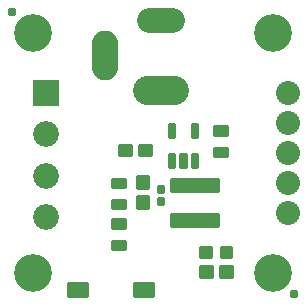
<source format=gts>
G04 EAGLE Gerber RS-274X export*
G75*
%MOMM*%
%FSLAX34Y34*%
%LPD*%
%INSoldermask Top*%
%IPPOS*%
%AMOC8*
5,1,8,0,0,1.08239X$1,22.5*%
G01*
%ADD10C,0.255816*%
%ADD11C,0.449434*%
%ADD12C,0.787400*%
%ADD13C,0.259078*%
%ADD14C,0.253525*%
%ADD15C,0.252862*%
%ADD16C,3.200400*%
%ADD17C,2.032000*%
%ADD18R,2.184400X2.184400*%
%ADD19C,2.184400*%
%ADD20C,0.256031*%
%ADD21C,0.257147*%
%ADD22C,2.152400*%
%ADD23C,2.452400*%

G36*
X87326Y188517D02*
X87326Y188517D01*
X87437Y188525D01*
X89280Y188870D01*
X89307Y188879D01*
X89415Y188908D01*
X91164Y189585D01*
X91189Y189600D01*
X91289Y189648D01*
X92884Y190635D01*
X92905Y190654D01*
X92996Y190720D01*
X94381Y191983D01*
X94399Y192005D01*
X94476Y192087D01*
X95606Y193583D01*
X95619Y193608D01*
X95680Y193702D01*
X96515Y195380D01*
X96524Y195408D01*
X96566Y195511D01*
X97079Y197315D01*
X97083Y197343D01*
X97105Y197453D01*
X97278Y199320D01*
X97276Y199345D01*
X97281Y199390D01*
X97281Y219710D01*
X97277Y219735D01*
X97277Y219749D01*
X97279Y219763D01*
X97278Y219768D01*
X97278Y219780D01*
X97105Y221647D01*
X97098Y221675D01*
X97079Y221785D01*
X96566Y223589D01*
X96554Y223615D01*
X96515Y223720D01*
X95680Y225398D01*
X95663Y225421D01*
X95606Y225517D01*
X94476Y227014D01*
X94455Y227034D01*
X94432Y227060D01*
X94428Y227066D01*
X94422Y227071D01*
X94381Y227117D01*
X92996Y228380D01*
X92972Y228396D01*
X92884Y228465D01*
X91289Y229452D01*
X91263Y229463D01*
X91164Y229515D01*
X89415Y230192D01*
X89387Y230198D01*
X89280Y230230D01*
X87437Y230575D01*
X87409Y230576D01*
X87297Y230588D01*
X85423Y230588D01*
X85394Y230583D01*
X85283Y230575D01*
X83440Y230230D01*
X83413Y230221D01*
X83305Y230192D01*
X81556Y229515D01*
X81531Y229500D01*
X81431Y229452D01*
X79836Y228465D01*
X79815Y228446D01*
X79724Y228380D01*
X78339Y227117D01*
X78321Y227095D01*
X78244Y227014D01*
X77114Y225517D01*
X77102Y225494D01*
X77089Y225480D01*
X77078Y225456D01*
X77040Y225398D01*
X76205Y223720D01*
X76196Y223692D01*
X76154Y223589D01*
X75641Y221785D01*
X75638Y221757D01*
X75615Y221647D01*
X75442Y219780D01*
X75444Y219755D01*
X75439Y219710D01*
X75439Y199390D01*
X75443Y199365D01*
X75442Y199320D01*
X75615Y197453D01*
X75622Y197425D01*
X75641Y197315D01*
X76154Y195511D01*
X76166Y195485D01*
X76205Y195380D01*
X77040Y193702D01*
X77057Y193679D01*
X77114Y193583D01*
X78244Y192087D01*
X78265Y192067D01*
X78339Y191983D01*
X79724Y190720D01*
X79749Y190704D01*
X79836Y190635D01*
X81431Y189648D01*
X81457Y189637D01*
X81556Y189585D01*
X83305Y188908D01*
X83333Y188902D01*
X83440Y188870D01*
X85283Y188525D01*
X85311Y188524D01*
X85423Y188512D01*
X87297Y188512D01*
X87326Y188517D01*
G37*
D10*
X135833Y88923D02*
X135833Y83957D01*
X130867Y83957D01*
X130867Y88923D01*
X135833Y88923D01*
X135833Y86387D02*
X130867Y86387D01*
X130867Y88817D02*
X135833Y88817D01*
X135833Y93957D02*
X135833Y98923D01*
X135833Y93957D02*
X130867Y93957D01*
X130867Y98923D01*
X135833Y98923D01*
X135833Y96387D02*
X130867Y96387D01*
X130867Y98817D02*
X135833Y98817D01*
D11*
X175085Y46695D02*
X175085Y39665D01*
X168055Y39665D01*
X168055Y46695D01*
X175085Y46695D01*
X175085Y43934D02*
X168055Y43934D01*
X192625Y46695D02*
X192625Y39665D01*
X185595Y39665D01*
X185595Y46695D01*
X192625Y46695D01*
X192625Y43934D02*
X185595Y43934D01*
D12*
X246380Y7620D03*
X7620Y246380D03*
D13*
X142646Y94640D02*
X182474Y94640D01*
X142646Y94640D02*
X142646Y105004D01*
X182474Y105004D01*
X182474Y94640D01*
X182474Y97101D02*
X142646Y97101D01*
X142646Y99562D02*
X182474Y99562D01*
X182474Y102023D02*
X142646Y102023D01*
X142646Y104484D02*
X182474Y104484D01*
X182474Y65176D02*
X142646Y65176D01*
X142646Y75540D01*
X182474Y75540D01*
X182474Y65176D01*
X182474Y67637D02*
X142646Y67637D01*
X142646Y70098D02*
X182474Y70098D01*
X182474Y72559D02*
X142646Y72559D01*
X142646Y75020D02*
X182474Y75020D01*
D14*
X113615Y97485D02*
X113615Y107475D01*
X122605Y107475D01*
X122605Y97485D01*
X113615Y97485D01*
X113615Y99893D02*
X122605Y99893D01*
X122605Y102301D02*
X113615Y102301D01*
X113615Y104709D02*
X122605Y104709D01*
X122605Y107117D02*
X113615Y107117D01*
X113615Y90475D02*
X113615Y80485D01*
X113615Y90475D02*
X122605Y90475D01*
X122605Y80485D01*
X113615Y80485D01*
X113615Y82893D02*
X122605Y82893D01*
X122605Y85301D02*
X113615Y85301D01*
X113615Y87709D02*
X122605Y87709D01*
X122605Y90117D02*
X113615Y90117D01*
X108255Y125045D02*
X98265Y125045D01*
X98265Y134035D01*
X108255Y134035D01*
X108255Y125045D01*
X108255Y127453D02*
X98265Y127453D01*
X98265Y129861D02*
X108255Y129861D01*
X108255Y132269D02*
X98265Y132269D01*
X115265Y125045D02*
X125255Y125045D01*
X115265Y125045D02*
X115265Y134035D01*
X125255Y134035D01*
X125255Y125045D01*
X125255Y127453D02*
X115265Y127453D01*
X115265Y129861D02*
X125255Y129861D01*
X125255Y132269D02*
X115265Y132269D01*
X183845Y31165D02*
X193835Y31165D01*
X193835Y22175D01*
X183845Y22175D01*
X183845Y31165D01*
X183845Y24583D02*
X193835Y24583D01*
X193835Y26991D02*
X183845Y26991D01*
X183845Y29399D02*
X193835Y29399D01*
X176835Y31165D02*
X166845Y31165D01*
X176835Y31165D02*
X176835Y22175D01*
X166845Y22175D01*
X166845Y31165D01*
X166845Y24583D02*
X176835Y24583D01*
X176835Y26991D02*
X166845Y26991D01*
X166845Y29399D02*
X176835Y29399D01*
D15*
X145148Y114851D02*
X140652Y114851D01*
X140652Y125847D01*
X145148Y125847D01*
X145148Y114851D01*
X145148Y117254D02*
X140652Y117254D01*
X140652Y119657D02*
X145148Y119657D01*
X145148Y122060D02*
X140652Y122060D01*
X140652Y124463D02*
X145148Y124463D01*
X150152Y114851D02*
X154648Y114851D01*
X150152Y114851D02*
X150152Y125847D01*
X154648Y125847D01*
X154648Y114851D01*
X154648Y117254D02*
X150152Y117254D01*
X150152Y119657D02*
X154648Y119657D01*
X154648Y122060D02*
X150152Y122060D01*
X150152Y124463D02*
X154648Y124463D01*
X159652Y114851D02*
X164148Y114851D01*
X159652Y114851D02*
X159652Y125847D01*
X164148Y125847D01*
X164148Y114851D01*
X164148Y117254D02*
X159652Y117254D01*
X159652Y119657D02*
X164148Y119657D01*
X164148Y122060D02*
X159652Y122060D01*
X159652Y124463D02*
X164148Y124463D01*
X164148Y140853D02*
X159652Y140853D01*
X159652Y151849D01*
X164148Y151849D01*
X164148Y140853D01*
X164148Y143256D02*
X159652Y143256D01*
X159652Y145659D02*
X164148Y145659D01*
X164148Y148062D02*
X159652Y148062D01*
X159652Y150465D02*
X164148Y150465D01*
X145148Y140853D02*
X140652Y140853D01*
X140652Y151849D01*
X145148Y151849D01*
X145148Y140853D01*
X145148Y143256D02*
X140652Y143256D01*
X140652Y145659D02*
X145148Y145659D01*
X145148Y148062D02*
X140652Y148062D01*
X140652Y150465D02*
X145148Y150465D01*
D16*
X25400Y228600D03*
X25400Y25400D03*
X228600Y228600D03*
X228600Y25400D03*
D17*
X241300Y177800D03*
X241300Y152400D03*
X241300Y127000D03*
X241300Y101600D03*
X241300Y76200D03*
D18*
X36830Y177800D03*
D19*
X36830Y142800D03*
X36830Y107800D03*
X36830Y72800D03*
D20*
X55382Y5598D02*
X71110Y5598D01*
X55382Y5598D02*
X55382Y17262D01*
X71110Y17262D01*
X71110Y5598D01*
X71110Y8030D02*
X55382Y8030D01*
X55382Y10462D02*
X71110Y10462D01*
X71110Y12894D02*
X55382Y12894D01*
X55382Y15326D02*
X71110Y15326D01*
X111262Y5598D02*
X126990Y5598D01*
X111262Y5598D02*
X111262Y17262D01*
X126990Y17262D01*
X126990Y5598D01*
X126990Y8030D02*
X111262Y8030D01*
X111262Y10462D02*
X126990Y10462D01*
X126990Y12894D02*
X111262Y12894D01*
X111262Y15326D02*
X126990Y15326D01*
D21*
X178673Y142683D02*
X178673Y149637D01*
X189627Y149637D01*
X189627Y142683D01*
X178673Y142683D01*
X178673Y145125D02*
X189627Y145125D01*
X189627Y147567D02*
X178673Y147567D01*
X178673Y131637D02*
X178673Y124683D01*
X178673Y131637D02*
X189627Y131637D01*
X189627Y124683D01*
X178673Y124683D01*
X178673Y127125D02*
X189627Y127125D01*
X189627Y129567D02*
X178673Y129567D01*
X103267Y87187D02*
X103267Y80233D01*
X92313Y80233D01*
X92313Y87187D01*
X103267Y87187D01*
X103267Y82675D02*
X92313Y82675D01*
X92313Y85117D02*
X103267Y85117D01*
X103267Y98233D02*
X103267Y105187D01*
X103267Y98233D02*
X92313Y98233D01*
X92313Y105187D01*
X103267Y105187D01*
X103267Y100675D02*
X92313Y100675D01*
X92313Y103117D02*
X103267Y103117D01*
X92313Y70897D02*
X92313Y63943D01*
X92313Y70897D02*
X103267Y70897D01*
X103267Y63943D01*
X92313Y63943D01*
X92313Y66385D02*
X103267Y66385D01*
X103267Y68827D02*
X92313Y68827D01*
X92313Y52897D02*
X92313Y45943D01*
X92313Y52897D02*
X103267Y52897D01*
X103267Y45943D01*
X92313Y45943D01*
X92313Y48385D02*
X103267Y48385D01*
X103267Y50827D02*
X92313Y50827D01*
D22*
X123350Y240030D02*
X143350Y240030D01*
D23*
X144850Y180340D02*
X121850Y180340D01*
M02*

</source>
